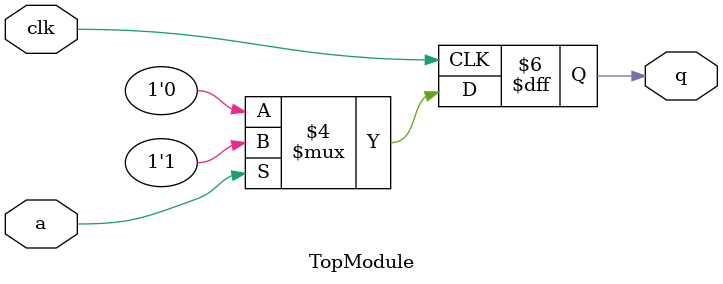
<source format=sv>

module TopModule (
    input clk,
    input a,
    output reg q
);

always @(posedge clk) begin
    if (a == 1'b1) begin
        q <= 1'b1;
    end else begin
        q <= 1'b0;
    end
end

endmodule
</source>
